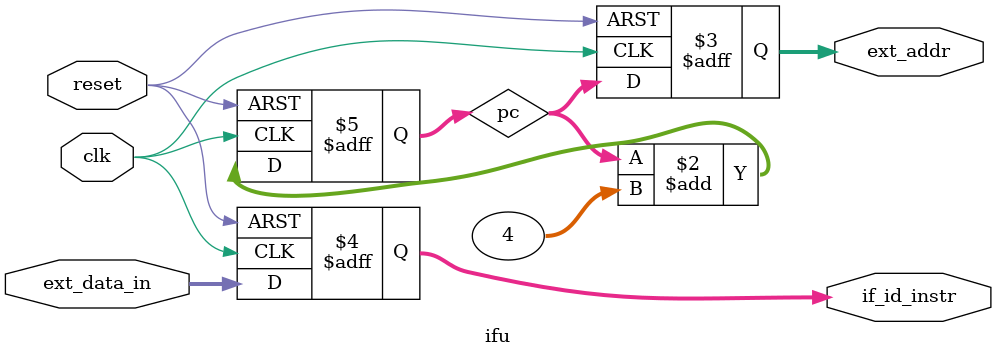
<source format=sv>
module ifu (
    input wire clk,
    input wire reset,
    input wire [31:0] ext_data_in,
    output reg [31:0] ext_addr,
    output reg [31:0] if_id_instr
);
    reg [31:0] pc;
    
    always @(posedge clk or posedge reset) begin
        if (reset) begin
            pc <= 32'h0;
            ext_addr <= 32'h0;
            if_id_instr <= 32'h00000013;
        end else begin
            pc <= pc + 4;
            ext_addr <= pc;
            if_id_instr <= ext_data_in;
        end
    end
endmodule
</source>
